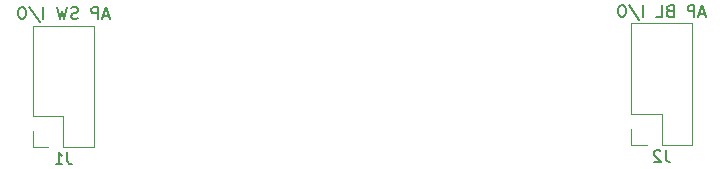
<source format=gbr>
G04 #@! TF.GenerationSoftware,KiCad,Pcbnew,(5.1.4)-1*
G04 #@! TF.CreationDate,2020-12-28T19:31:14-07:00*
G04 #@! TF.ProjectId,ufc_v4_ap,7566635f-7634-45f6-9170-2e6b69636164,rev?*
G04 #@! TF.SameCoordinates,Original*
G04 #@! TF.FileFunction,Legend,Bot*
G04 #@! TF.FilePolarity,Positive*
%FSLAX46Y46*%
G04 Gerber Fmt 4.6, Leading zero omitted, Abs format (unit mm)*
G04 Created by KiCad (PCBNEW (5.1.4)-1) date 2020-12-28 19:31:14*
%MOMM*%
%LPD*%
G04 APERTURE LIST*
%ADD10C,0.120000*%
%ADD11C,0.150000*%
G04 APERTURE END LIST*
D10*
X120530498Y-85626373D02*
X125730498Y-85626373D01*
X120530498Y-93306373D02*
X120530498Y-85626373D01*
X125730498Y-95906373D02*
X125730498Y-85626373D01*
X120530498Y-93306373D02*
X123130498Y-93306373D01*
X123130498Y-93306373D02*
X123130498Y-95906373D01*
X123130498Y-95906373D02*
X125730498Y-95906373D01*
X120530498Y-94576373D02*
X120530498Y-95906373D01*
X120530498Y-95906373D02*
X121860498Y-95906373D01*
X171175498Y-85454498D02*
X176375498Y-85454498D01*
X171175498Y-93134498D02*
X171175498Y-85454498D01*
X176375498Y-95734498D02*
X176375498Y-85454498D01*
X171175498Y-93134498D02*
X173775498Y-93134498D01*
X173775498Y-93134498D02*
X173775498Y-95734498D01*
X173775498Y-95734498D02*
X176375498Y-95734498D01*
X171175498Y-94404498D02*
X171175498Y-95734498D01*
X171175498Y-95734498D02*
X172505498Y-95734498D01*
D11*
X123463831Y-96358753D02*
X123463831Y-97073039D01*
X123511450Y-97215896D01*
X123606688Y-97311134D01*
X123749545Y-97358753D01*
X123844783Y-97358753D01*
X122463831Y-97358753D02*
X123035259Y-97358753D01*
X122749545Y-97358753D02*
X122749545Y-96358753D01*
X122844783Y-96501611D01*
X122940021Y-96596849D01*
X123035259Y-96644468D01*
X126963831Y-84793039D02*
X126487640Y-84793039D01*
X127059069Y-85078753D02*
X126725736Y-84078753D01*
X126392402Y-85078753D01*
X126059069Y-85078753D02*
X126059069Y-84078753D01*
X125678117Y-84078753D01*
X125582878Y-84126373D01*
X125535259Y-84173992D01*
X125487640Y-84269230D01*
X125487640Y-84412087D01*
X125535259Y-84507325D01*
X125582878Y-84554944D01*
X125678117Y-84602563D01*
X126059069Y-84602563D01*
X124344783Y-85031134D02*
X124201926Y-85078753D01*
X123963831Y-85078753D01*
X123868593Y-85031134D01*
X123820974Y-84983515D01*
X123773355Y-84888277D01*
X123773355Y-84793039D01*
X123820974Y-84697801D01*
X123868593Y-84650182D01*
X123963831Y-84602563D01*
X124154307Y-84554944D01*
X124249545Y-84507325D01*
X124297164Y-84459706D01*
X124344783Y-84364468D01*
X124344783Y-84269230D01*
X124297164Y-84173992D01*
X124249545Y-84126373D01*
X124154307Y-84078753D01*
X123916212Y-84078753D01*
X123773355Y-84126373D01*
X123440021Y-84078753D02*
X123201926Y-85078753D01*
X123011450Y-84364468D01*
X122820974Y-85078753D01*
X122582878Y-84078753D01*
X121440021Y-85078753D02*
X121440021Y-84078753D01*
X120249545Y-84031134D02*
X121106688Y-85316849D01*
X119725736Y-84078753D02*
X119535259Y-84078753D01*
X119440021Y-84126373D01*
X119344783Y-84221611D01*
X119297164Y-84412087D01*
X119297164Y-84745420D01*
X119344783Y-84935896D01*
X119440021Y-85031134D01*
X119535259Y-85078753D01*
X119725736Y-85078753D01*
X119820974Y-85031134D01*
X119916212Y-84935896D01*
X119963831Y-84745420D01*
X119963831Y-84412087D01*
X119916212Y-84221611D01*
X119820974Y-84126373D01*
X119725736Y-84078753D01*
X174108831Y-96186878D02*
X174108831Y-96901164D01*
X174156450Y-97044021D01*
X174251688Y-97139259D01*
X174394545Y-97186878D01*
X174489783Y-97186878D01*
X173680259Y-96282117D02*
X173632640Y-96234498D01*
X173537402Y-96186878D01*
X173299307Y-96186878D01*
X173204069Y-96234498D01*
X173156450Y-96282117D01*
X173108831Y-96377355D01*
X173108831Y-96472593D01*
X173156450Y-96615450D01*
X173727878Y-97186878D01*
X173108831Y-97186878D01*
X177465974Y-84621164D02*
X176989783Y-84621164D01*
X177561212Y-84906878D02*
X177227878Y-83906878D01*
X176894545Y-84906878D01*
X176561212Y-84906878D02*
X176561212Y-83906878D01*
X176180259Y-83906878D01*
X176085021Y-83954498D01*
X176037402Y-84002117D01*
X175989783Y-84097355D01*
X175989783Y-84240212D01*
X176037402Y-84335450D01*
X176085021Y-84383069D01*
X176180259Y-84430688D01*
X176561212Y-84430688D01*
X174465974Y-84383069D02*
X174323117Y-84430688D01*
X174275498Y-84478307D01*
X174227878Y-84573545D01*
X174227878Y-84716402D01*
X174275498Y-84811640D01*
X174323117Y-84859259D01*
X174418355Y-84906878D01*
X174799307Y-84906878D01*
X174799307Y-83906878D01*
X174465974Y-83906878D01*
X174370736Y-83954498D01*
X174323117Y-84002117D01*
X174275498Y-84097355D01*
X174275498Y-84192593D01*
X174323117Y-84287831D01*
X174370736Y-84335450D01*
X174465974Y-84383069D01*
X174799307Y-84383069D01*
X173323117Y-84906878D02*
X173799307Y-84906878D01*
X173799307Y-83906878D01*
X172227878Y-84906878D02*
X172227878Y-83906878D01*
X171037402Y-83859259D02*
X171894545Y-85144974D01*
X170513593Y-83906878D02*
X170323117Y-83906878D01*
X170227878Y-83954498D01*
X170132640Y-84049736D01*
X170085021Y-84240212D01*
X170085021Y-84573545D01*
X170132640Y-84764021D01*
X170227878Y-84859259D01*
X170323117Y-84906878D01*
X170513593Y-84906878D01*
X170608831Y-84859259D01*
X170704069Y-84764021D01*
X170751688Y-84573545D01*
X170751688Y-84240212D01*
X170704069Y-84049736D01*
X170608831Y-83954498D01*
X170513593Y-83906878D01*
M02*

</source>
